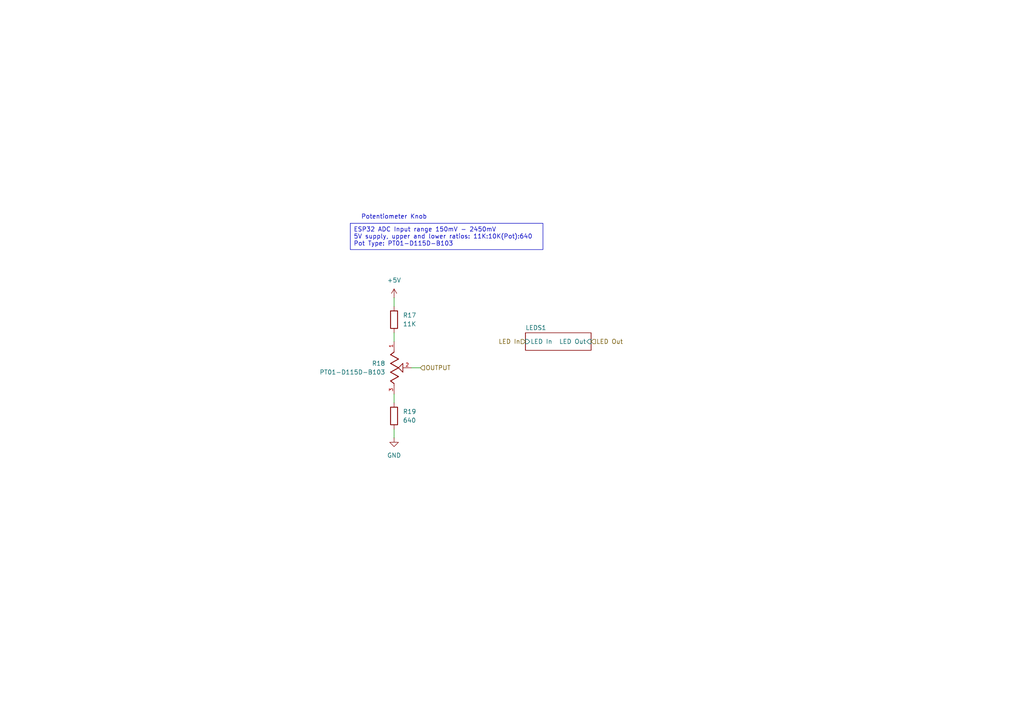
<source format=kicad_sch>
(kicad_sch (version 20231120) (generator "eeschema") (generator_version "8.0")
  (paper "A4")
  (lib_symbols
    (symbol "Device:R" (pin_numbers hide) (pin_names (offset 0))
      (property "Reference" "R" (at 2.032 0 90))
      (property "Value" "R" (at 0 0 90))
      (symbol "R_0_1"
        (rectangle (start -1.016 -2.54) (end 1.016 2.54) (stroke (width 0.254)))
      )
      (symbol "R_1_1"
        (pin passive line (at 0 3.81 270) (length 1.27) (name "~") (number "1"))
        (pin passive line (at 0 -3.81 90) (length 1.27) (name "~") (number "2"))
      )
    )
    (symbol "PT01-D115D-B103:PT01-D115D-B103" (pin_names (offset 1.016))
      (property "Reference" "R" (at -7.62 10.16 0))
      (property "Value" "PT01-D115D-B103" (at -7.62 -5.08 0))
      (symbol "PT01-D115D-B103_0_0"
        (polyline (pts (xy -4.572 0) (xy -5.08 0)) (stroke (width 0.1524)))
        (polyline (pts (xy -3.81 -1.016) (xy -4.572 0)) (stroke (width 0.254)))
        (polyline (pts (xy -2.54 1.27) (xy -3.81 -1.016)) (stroke (width 0.254)))
        (polyline (pts (xy -1.27 -1.016) (xy -2.54 1.27)) (stroke (width 0.254)))
        (polyline (pts (xy -1.27 2.54) (xy 1.27 2.54)) (stroke (width 0.2032)))
        (polyline (pts (xy 0 1.27) (xy -1.27 -1.016)) (stroke (width 0.254)))
        (polyline (pts (xy 0 1.27) (xy -1.27 2.54)) (stroke (width 0.2032)))
        (polyline (pts (xy 1.27 -1.016) (xy 0 1.27)) (stroke (width 0.254)))
        (polyline (pts (xy 1.27 2.54) (xy 0 1.27)) (stroke (width 0.2032)))
        (polyline (pts (xy 2.54 1.27) (xy 1.27 -1.016)) (stroke (width 0.254)))
        (polyline (pts (xy 3.81 -1.016) (xy 2.54 1.27)) (stroke (width 0.254)))
        (polyline (pts (xy 4.572 0) (xy 3.81 -1.016)) (stroke (width 0.254)))
        (polyline (pts (xy 5.08 0) (xy 4.572 0)) (stroke (width 0.1524)))
        (pin passive line (at -7.62 0 0) (length 2.54) (name "~") (number "1"))
        (pin passive line (at 0 5.08 270) (length 2.54) (name "~") (number "2"))
        (pin passive line (at 7.62 0 180) (length 2.54) (name "~") (number "3"))
      )
    )
    (symbol "power:+5V" (power) (pin_numbers hide) (pin_names (offset 0) hide)
      (property "Value" "+5V" (at 0 3.556 0))
      (symbol "+5V_0_1"
        (polyline (pts (xy -0.762 1.27) (xy 0 2.54)))
        (polyline (pts (xy 0 0) (xy 0 2.54)))
        (polyline (pts (xy 0 2.54) (xy 0.762 1.27)))
      )
      (symbol "+5V_1_1"
        (pin power_in line (at 0 0 90) (length 0) (name "~") (number "1"))
      )
    )
    (symbol "power:GND" (power) (pin_numbers hide) (pin_names (offset 0) hide)
      (property "Value" "GND" (at 0 -3.81 0))
      (symbol "GND_0_1"
        (polyline (pts (xy 0 0) (xy 0 -1.27) (xy 1.27 -1.27) (xy 0 -2.54) (xy -1.27 -1.27) (xy 0 -1.27)))
      )
      (symbol "GND_1_1"
        (pin power_in line (at 0 0 270) (length 0) (name "~") (number "1"))
      )
    )
  )
  (wire (pts (xy 114.3 86.36) (xy 114.3 88.9)))
  (wire (pts (xy 114.3 114.3) (xy 114.3 116.84)))
  (wire (pts (xy 114.3 124.46) (xy 114.3 127)))
  (wire (pts (xy 114.3 96.52) (xy 114.3 99.06)))
  (wire (pts (xy 119.38 106.68) (xy 121.92 106.68)))
  (text_box "ESP32 ADC Input range 150mV - 2450mV\n5V supply, upper and lower ratios: 11K:10K(Pot):640\nPot Type: PT01-D115D-B103" (at 101.6 64.77 0) (size 55.88 7.62) (effects (font (size 1.27 1.27)) (justify left top)))
  (text "Potentiometer Knob" (at 114.3 62.992 0) (effects (font (size 1.27 1.27))))
  (hierarchical_label "LED Out" (shape input) (at 171.45 99.06 0))
  (hierarchical_label "LED In" (shape input) (at 152.4 99.06 180))
  (hierarchical_label "OUTPUT" (shape input) (at 121.92 106.68 0))
  (symbol (lib_id "PT01-D115D-B103:PT01-D115D-B103") (at 114.3 106.68 270) (unit 1)
    (property "Reference" "R18" (at 111.76 105.4099 90) (effects (justify right)))
    (property "Value" "PT01-D115D-B103" (at 111.76 107.9499 90) (effects (justify right)))
    (property "Footprint" "PT01-D115D-B103:TRIM_PT01-D115D-B103" (effects (hide yes)))
    (property "PARTREV" "1.0" (effects (hide yes)))
    (property "MANUFACTURER" "CUI Devices" (effects (hide yes)))
    (property "MAXIMUM_PACKAGE_HEIGHT" "26.8 mm" (effects (hide yes)))
    (property "STANDARD" "Manufacturer Recommendations" (effects (hide yes)))
    (instances (project "Macro Mixer" (path "" (reference "R18") (unit 1)) (path "" (reference "R34") (unit 1)) (path "" (reference "R24") (unit 1)) (path "" (reference "R40") (unit 1)) (path "" (reference "R37") (unit 1)) (path "" (reference "R21") (unit 1))))
  )
  (symbol (lib_id "Device:R") (at 114.3 120.65 0) (unit 1)
    (property "Reference" "R19" (at 116.84 119.3799 0) (effects (justify left)))
    (property "Value" "640" (at 116.84 121.9199 0) (effects (justify left)))
    (property "Footprint" "Resistor_SMD:R_0603_1608Metric" (effects (hide yes)))
    (property "Description" "Resistor" (effects (hide yes)))
    (instances (project "Macro Mixer" (path "" (reference "R19") (unit 1)) (path "" (reference "R35") (unit 1)) (path "" (reference "R25") (unit 1)) (path "" (reference "R41") (unit 1)) (path "" (reference "R38") (unit 1)) (path "" (reference "R22") (unit 1))))
  )
  (symbol (lib_id "Device:R") (at 114.3 92.71 0) (unit 1)
    (property "Reference" "R17" (at 116.84 91.4399 0) (effects (justify left)))
    (property "Value" "11K" (at 116.84 93.9799 0) (effects (justify left)))
    (property "Footprint" "Resistor_SMD:R_0603_1608Metric" (effects (hide yes)))
    (property "Description" "Resistor" (effects (hide yes)))
    (instances (project "Macro Mixer" (path "" (reference "R17") (unit 1)) (path "" (reference "R33") (unit 1)) (path "" (reference "R23") (unit 1)) (path "" (reference "R39") (unit 1)) (path "" (reference "R36") (unit 1)) (path "" (reference "R20") (unit 1))))
  )
  (symbol (lib_id "power:GND") (at 114.3 127 0) (unit 1)
    (property "Reference" "#PWR077" (effects (hide yes)))
    (property "Value" "GND" (at 114.3 132.08 0))
    (property "Description" "Power symbol creates a global label with name \"GND\" , ground" (effects (hide yes)))
    (instances (project "Macro Mixer" (path "" (reference "#PWR077") (unit 1)) (path "" (reference "#PWR0152") (unit 1)) (path "" (reference "#PWR091") (unit 1)) (path "" (reference "#PWR0166") (unit 1)) (path "" (reference "#PWR0159") (unit 1)) (path "" (reference "#PWR084") (unit 1))))
  )
  (symbol (lib_id "power:+5V") (at 114.3 86.36 0) (unit 1)
    (property "Reference" "#PWR076" (effects (hide yes)))
    (property "Value" "+5V" (at 114.3 81.28 0))
    (property "Description" "Power symbol creates a global label with name \"+5V\"" (effects (hide yes)))
    (instances (project "" (path "" (reference "#PWR076") (unit 1)) (path "" (reference "#PWR0151") (unit 1)) (path "" (reference "#PWR090") (unit 1)) (path "" (reference "#PWR0165") (unit 1)) (path "" (reference "#PWR0158") (unit 1)) (path "" (reference "#PWR083") (unit 1))))
  )
  (sheet (at 152.4 96.52) (size 19.05 5.08) (stroke (width 0.1524))
    (property "Sheetname" "LEDS1" (at 152.4 95.8084 0) (effects (justify left bottom)))
    (property "Sheetfile" "LEDS.kicad_sch" (effects (hide yes)))
    (pin "LED Out" input (at 171.45 99.06 0))
    (pin "LED In" input (at 152.4 99.06 180))
  )
)
</source>
